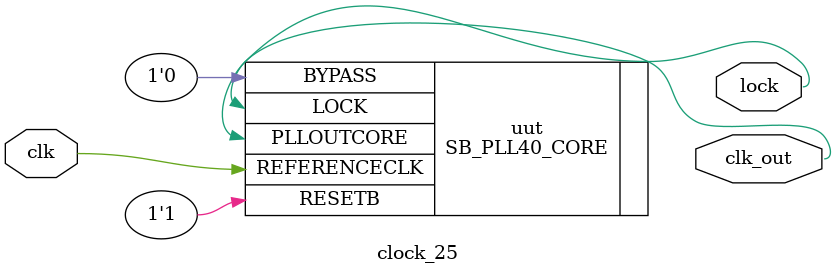
<source format=v>
module clock_25 (
  input wire clk,
  output wire clk_out,
  output wire lock
);
  SB_PLL40_CORE #(.FEEDBACK_PATH("SIMPLE"),
    .PLLOUT_SELECT("GENCLK"),
    .DIVR(4'b0001),
    .DIVF(7'b1000010),
    .DIVQ(3'b100),
    .FILTER_RANGE(3'b001)
  ) uut (
    .REFERENCECLK(clk),
    .PLLOUTCORE(clk_out),
    .LOCK(lock),
    .RESETB(1'b1),
    .BYPASS(1'b0)
  );

endmodule

</source>
